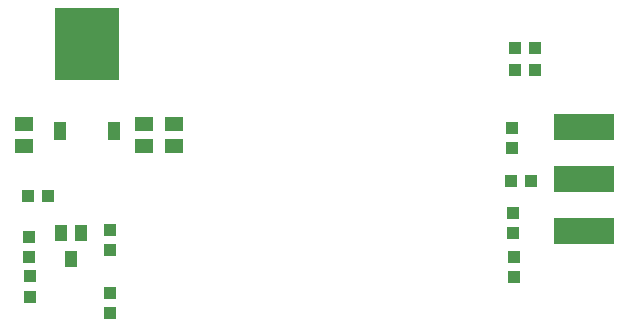
<source format=gtp>
G75*
G70*
%OFA0B0*%
%FSLAX24Y24*%
%IPPOS*%
%LPD*%
%AMOC8*
5,1,8,0,0,1.08239X$1,22.5*
%
%ADD10R,0.0433X0.0394*%
%ADD11R,0.0394X0.0433*%
%ADD12R,0.2000X0.0900*%
%ADD13R,0.2126X0.2441*%
%ADD14R,0.0394X0.0630*%
%ADD15R,0.0591X0.0512*%
%ADD16R,0.0394X0.0551*%
D10*
X010852Y006514D03*
X010852Y007183D03*
X008174Y007073D03*
X008174Y007743D03*
X008153Y008393D03*
X008153Y009062D03*
X024250Y012014D03*
X024250Y012683D03*
X024362Y014608D03*
X025031Y014608D03*
X025017Y015352D03*
X024348Y015352D03*
X024302Y009855D03*
X024302Y009185D03*
D11*
X024307Y008380D03*
X024307Y007711D03*
X024210Y010928D03*
X024879Y010928D03*
X010865Y009307D03*
X010865Y008638D03*
X008786Y010434D03*
X008117Y010434D03*
D12*
X026657Y010981D03*
X026657Y012721D03*
X026657Y009241D03*
D13*
X010087Y015478D03*
D14*
X009189Y012604D03*
X010985Y012604D03*
D15*
X011985Y012826D03*
X012985Y012826D03*
X012985Y012078D03*
X011985Y012078D03*
X007985Y012078D03*
X007985Y012826D03*
D16*
X009228Y009187D03*
X009898Y009187D03*
X009563Y008321D03*
M02*

</source>
